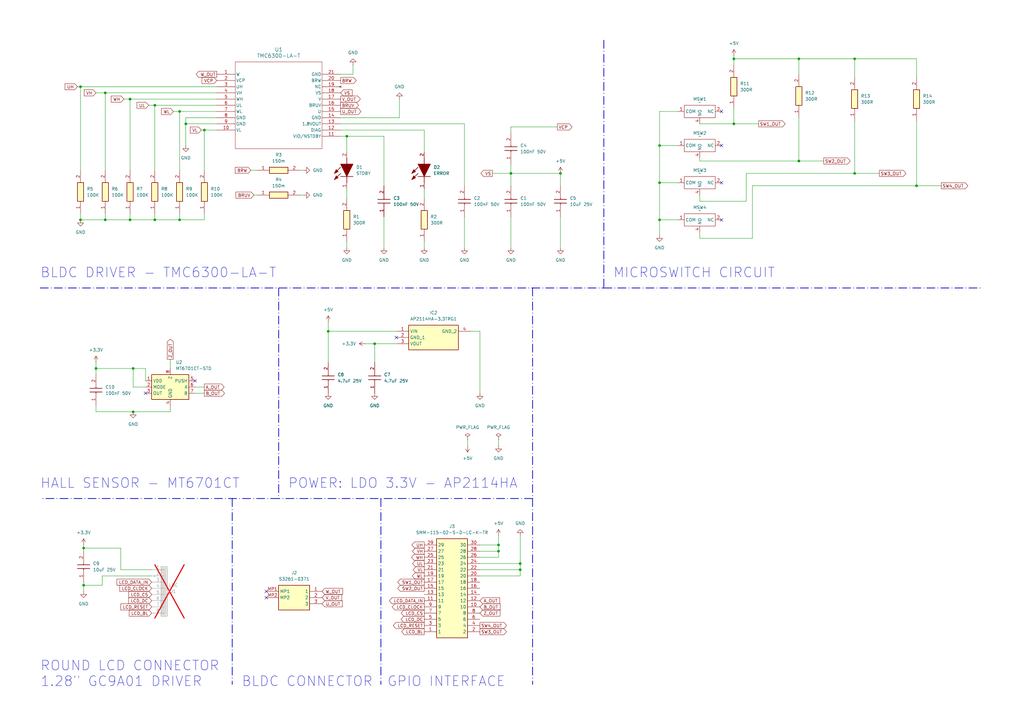
<source format=kicad_sch>
(kicad_sch (version 20231120) (generator "eeschema") (generator_version "8.0")
  (paper "A3")
  (title_block (title "ALGORITMI_SMARTKNOB_FOC") (company "University of Minho - Centro Algoritmi"))
  (junction (at 300.99 50.8))
  (junction (at 375.92 76.2))
  (junction (at 327.66 24.13))
  (junction (at 209.55 71.12))
  (junction (at 33.02 90.17))
  (junction (at 350.52 71.12))
  (junction (at 134.62 135.89))
  (junction (at 204.47 223.52))
  (junction (at 63.5 90.17))
  (junction (at 73.66 45.72))
  (junction (at 142.24 55.88))
  (junction (at 270.51 59.69))
  (junction (at 53.34 90.17))
  (junction (at 270.51 90.17))
  (junction (at 54.61 151.13))
  (junction (at 300.99 24.13))
  (junction (at 327.66 66.04))
  (junction (at 63.5 43.18))
  (junction (at 34.29 224.79))
  (junction (at 270.51 74.93))
  (junction (at 43.18 38.1))
  (junction (at 34.29 240.03))
  (junction (at 229.87 71.12))
  (junction (at 213.36 233.68))
  (junction (at 204.47 226.06))
  (junction (at 39.37 151.13))
  (junction (at 213.36 231.14))
  (junction (at 33.02 35.56))
  (junction (at 53.34 40.64))
  (junction (at 83.82 53.34))
  (junction (at 350.52 24.13))
  (junction (at 73.66 90.17))
  (junction (at 76.2 50.8))
  (junction (at 153.67 140.97))
  (junction (at 54.61 168.91))
  (junction (at 43.18 90.17))
  (no_connect (at 295.91 74.93))
  (no_connect (at 295.91 45.72))
  (no_connect (at 109.22 242.57))
  (no_connect (at 162.56 138.43))
  (no_connect (at 295.91 59.69))
  (no_connect (at 80.01 156.21))
  (no_connect (at 295.91 90.17))
  (no_connect (at 59.69 161.29))
  (no_connect (at 109.22 245.11))
  (wire (pts (xy 53.34 90.17) (xy 43.18 90.17)))
  (wire (pts (xy 60.96 43.18) (xy 63.5 43.18)))
  (wire (pts (xy 49.53 224.79) (xy 34.29 224.79)))
  (wire (pts (xy 270.51 74.93) (xy 270.51 90.17)))
  (wire (pts (xy 43.18 38.1) (xy 88.9 38.1)))
  (wire (pts (xy 157.48 88.9) (xy 157.48 101.6)))
  (wire (pts (xy 142.24 99.06) (xy 142.24 101.6)))
  (wire (pts (xy 142.24 55.88) (xy 142.24 62.23)))
  (wire (pts (xy 63.5 43.18) (xy 88.9 43.18)))
  (wire (pts (xy 54.61 158.75) (xy 54.61 151.13)))
  (wire (pts (xy 308.61 76.2) (xy 375.92 76.2)))
  (wire (pts (xy 39.37 168.91) (xy 54.61 168.91)))
  (wire (pts (xy 270.51 74.93) (xy 278.13 74.93)))
  (wire (pts (xy 270.51 45.72) (xy 278.13 45.72)))
  (wire (pts (xy 300.99 24.13) (xy 300.99 26.67)))
  (wire (pts (xy 123.19 80.01) (xy 124.46 80.01)))
  (wire (pts (xy 63.5 87.63) (xy 63.5 90.17)))
  (polyline (pts (xy 247.65 16.51) (xy 247.65 118.11)) (stroke (width 0.3) (type dash_dot)))
  (wire (pts (xy 327.66 24.13) (xy 300.99 24.13)))
  (wire (pts (xy 270.51 59.69) (xy 278.13 59.69)))
  (wire (pts (xy 228.6 52.07) (xy 209.55 52.07)))
  (wire (pts (xy 191.77 182.88) (xy 191.77 180.34)))
  (wire (pts (xy 73.66 45.72) (xy 88.9 45.72)))
  (wire (pts (xy 149.86 140.97) (xy 153.67 140.97)))
  (wire (pts (xy 287.02 66.04) (xy 327.66 66.04)))
  (wire (pts (xy 153.67 140.97) (xy 153.67 148.59)))
  (wire (pts (xy 270.51 45.72) (xy 270.51 59.69)))
  (wire (pts (xy 83.82 158.75) (xy 80.01 158.75)))
  (wire (pts (xy 62.23 233.68) (xy 49.53 233.68)))
  (wire (pts (xy 173.99 99.06) (xy 173.99 101.6)))
  (wire (pts (xy 76.2 50.8) (xy 76.2 59.69)))
  (wire (pts (xy 41.91 236.22) (xy 41.91 240.03)))
  (wire (pts (xy 88.9 48.26) (xy 76.2 48.26)))
  (polyline (pts (xy 218.44 204.47) (xy 114.3 204.47)) (stroke (width 0.3) (type dash_dot)))
  (wire (pts (xy 213.36 231.14) (xy 213.36 233.68)))
  (wire (pts (xy 163.83 48.26) (xy 163.83 40.64)))
  (wire (pts (xy 50.8 40.64) (xy 53.34 40.64)))
  (wire (pts (xy 204.47 226.06) (xy 204.47 228.6)))
  (wire (pts (xy 123.19 69.85) (xy 124.46 69.85)))
  (wire (pts (xy 350.52 24.13) (xy 350.52 31.75)))
  (wire (pts (xy 196.85 233.68) (xy 213.36 233.68)))
  (wire (pts (xy 39.37 148.59) (xy 39.37 151.13)))
  (wire (pts (xy 76.2 48.26) (xy 76.2 50.8)))
  (wire (pts (xy 287.02 66.04) (xy 287.02 64.77)))
  (wire (pts (xy 209.55 67.31) (xy 209.55 71.12)))
  (wire (pts (xy 375.92 24.13) (xy 350.52 24.13)))
  (wire (pts (xy 350.52 71.12) (xy 350.52 49.53)))
  (wire (pts (xy 204.47 223.52) (xy 204.47 219.71)))
  (wire (pts (xy 196.85 135.89) (xy 193.04 135.89)))
  (wire (pts (xy 34.29 224.79) (xy 34.29 226.06)))
  (wire (pts (xy 53.34 40.64) (xy 88.9 40.64)))
  (wire (pts (xy 287.02 82.55) (xy 306.07 82.55)))
  (wire (pts (xy 287.02 97.79) (xy 287.02 95.25)))
  (wire (pts (xy 139.7 30.48) (xy 144.78 30.48)))
  (wire (pts (xy 350.52 24.13) (xy 327.66 24.13)))
  (wire (pts (xy 33.02 35.56) (xy 33.02 69.85)))
  (wire (pts (xy 43.18 38.1) (xy 43.18 69.85)))
  (wire (pts (xy 204.47 223.52) (xy 204.47 226.06)))
  (wire (pts (xy 287.02 50.8) (xy 300.99 50.8)))
  (wire (pts (xy 43.18 87.63) (xy 43.18 90.17)))
  (wire (pts (xy 375.92 24.13) (xy 375.92 31.75)))
  (wire (pts (xy 153.67 140.97) (xy 162.56 140.97)))
  (polyline (pts (xy 218.44 118.11) (xy 218.44 204.47)) (stroke (width 0.3) (type dash_dot)))
  (wire (pts (xy 83.82 53.34) (xy 83.82 69.85)))
  (wire (pts (xy 83.82 161.29) (xy 80.01 161.29)))
  (wire (pts (xy 337.82 66.04) (xy 327.66 66.04)))
  (wire (pts (xy 306.07 71.12) (xy 350.52 71.12)))
  (polyline (pts (xy 156.21 204.47) (xy 156.21 280.67)) (stroke (width 0.3) (type dash_dot)))
  (wire (pts (xy 54.61 151.13) (xy 39.37 151.13)))
  (wire (pts (xy 196.85 228.6) (xy 204.47 228.6)))
  (wire (pts (xy 139.7 48.26) (xy 163.83 48.26)))
  (wire (pts (xy 41.91 240.03) (xy 34.29 240.03)))
  (wire (pts (xy 196.85 231.14) (xy 213.36 231.14)))
  (wire (pts (xy 83.82 90.17) (xy 73.66 90.17)))
  (wire (pts (xy 53.34 40.64) (xy 53.34 69.85)))
  (wire (pts (xy 196.85 226.06) (xy 204.47 226.06)))
  (wire (pts (xy 196.85 236.22) (xy 213.36 236.22)))
  (wire (pts (xy 173.99 53.34) (xy 139.7 53.34)))
  (polyline (pts (xy 247.65 118.11) (xy 402.59 118.11)) (stroke (width 0.3) (type dash_dot)))
  (wire (pts (xy 59.69 151.13) (xy 54.61 151.13)))
  (wire (pts (xy 190.5 88.9) (xy 190.5 101.6)))
  (wire (pts (xy 173.99 77.47) (xy 173.99 81.28)))
  (polyline (pts (xy 114.3 118.11) (xy 114.3 204.47)) (stroke (width 0.3) (type dash_dot)))
  (wire (pts (xy 49.53 233.68) (xy 49.53 224.79)))
  (wire (pts (xy 73.66 87.63) (xy 73.66 90.17)))
  (wire (pts (xy 308.61 76.2) (xy 308.61 97.79)))
  (wire (pts (xy 39.37 151.13) (xy 39.37 153.67)))
  (wire (pts (xy 386.08 76.2) (xy 375.92 76.2)))
  (wire (pts (xy 63.5 43.18) (xy 63.5 69.85)))
  (wire (pts (xy 134.62 132.08) (xy 134.62 135.89)))
  (wire (pts (xy 306.07 71.12) (xy 306.07 82.55)))
  (wire (pts (xy 83.82 87.63) (xy 83.82 90.17)))
  (wire (pts (xy 105.41 69.85) (xy 102.87 69.85)))
  (wire (pts (xy 300.99 22.86) (xy 300.99 24.13)))
  (wire (pts (xy 54.61 168.91) (xy 69.85 168.91)))
  (polyline (pts (xy 95.25 204.47) (xy 95.25 280.67)) (stroke (width 0.3) (type dash_dot)))
  (wire (pts (xy 190.5 50.8) (xy 190.5 76.2)))
  (wire (pts (xy 270.51 59.69) (xy 270.51 74.93)))
  (polyline (pts (xy 218.44 204.47) (xy 218.44 280.67)) (stroke (width 0.3) (type dash_dot)))
  (wire (pts (xy 209.55 71.12) (xy 229.87 71.12)))
  (wire (pts (xy 43.18 90.17) (xy 33.02 90.17)))
  (wire (pts (xy 209.55 71.12) (xy 209.55 76.2)))
  (wire (pts (xy 287.02 97.79) (xy 308.61 97.79)))
  (wire (pts (xy 104.14 80.01) (xy 105.41 80.01)))
  (wire (pts (xy 270.51 90.17) (xy 278.13 90.17)))
  (wire (pts (xy 360.68 71.12) (xy 350.52 71.12)))
  (wire (pts (xy 270.51 96.52) (xy 270.51 90.17)))
  (polyline (pts (xy 16.51 118.11) (xy 247.65 118.11)) (stroke (width 0.3) (type dash_dot)))
  (wire (pts (xy 69.85 147.32) (xy 69.85 151.13)))
  (wire (pts (xy 71.12 45.72) (xy 73.66 45.72)))
  (wire (pts (xy 142.24 55.88) (xy 157.48 55.88)))
  (wire (pts (xy 33.02 35.56) (xy 88.9 35.56)))
  (wire (pts (xy 59.69 156.21) (xy 59.69 151.13)))
  (wire (pts (xy 327.66 24.13) (xy 327.66 30.48)))
  (wire (pts (xy 196.85 135.89) (xy 196.85 161.29)))
  (wire (pts (xy 144.78 30.48) (xy 144.78 26.67)))
  (wire (pts (xy 31.75 35.56) (xy 33.02 35.56)))
  (wire (pts (xy 34.29 242.57) (xy 34.29 240.03)))
  (wire (pts (xy 213.36 233.68) (xy 213.36 236.22)))
  (wire (pts (xy 157.48 55.88) (xy 157.48 76.2)))
  (wire (pts (xy 39.37 166.37) (xy 39.37 168.91)))
  (wire (pts (xy 39.37 38.1) (xy 43.18 38.1)))
  (wire (pts (xy 59.69 158.75) (xy 54.61 158.75)))
  (wire (pts (xy 83.82 53.34) (xy 88.9 53.34)))
  (wire (pts (xy 196.85 223.52) (xy 204.47 223.52)))
  (wire (pts (xy 63.5 90.17) (xy 53.34 90.17)))
  (wire (pts (xy 375.92 49.53) (xy 375.92 76.2)))
  (wire (pts (xy 311.15 50.8) (xy 300.99 50.8)))
  (wire (pts (xy 229.87 88.9) (xy 229.87 101.6)))
  (wire (pts (xy 69.85 168.91) (xy 69.85 166.37)))
  (wire (pts (xy 287.02 82.55) (xy 287.02 80.01)))
  (wire (pts (xy 209.55 88.9) (xy 209.55 101.6)))
  (wire (pts (xy 139.7 55.88) (xy 142.24 55.88)))
  (wire (pts (xy 34.29 240.03) (xy 34.29 238.76)))
  (wire (pts (xy 201.93 71.12) (xy 209.55 71.12)))
  (wire (pts (xy 134.62 135.89) (xy 134.62 148.59)))
  (wire (pts (xy 134.62 135.89) (xy 162.56 135.89)))
  (wire (pts (xy 173.99 53.34) (xy 173.99 62.23)))
  (wire (pts (xy 41.91 236.22) (xy 62.23 236.22)))
  (wire (pts (xy 213.36 219.71) (xy 213.36 231.14)))
  (wire (pts (xy 82.55 53.34) (xy 83.82 53.34)))
  (wire (pts (xy 76.2 50.8) (xy 88.9 50.8)))
  (wire (pts (xy 204.47 182.88) (xy 204.47 180.34)))
  (wire (pts (xy 53.34 87.63) (xy 53.34 90.17)))
  (wire (pts (xy 229.87 71.12) (xy 229.87 76.2)))
  (wire (pts (xy 73.66 45.72) (xy 73.66 69.85)))
  (wire (pts (xy 139.7 50.8) (xy 190.5 50.8)))
  (wire (pts (xy 73.66 90.17) (xy 63.5 90.17)))
  (wire (pts (xy 300.99 50.8) (xy 300.99 44.45)))
  (wire (pts (xy 327.66 66.04) (xy 327.66 48.26)))
  (wire (pts (xy 33.02 87.63) (xy 33.02 90.17)))
  (wire (pts (xy 34.29 223.52) (xy 34.29 224.79)))
  (wire (pts (xy 142.24 77.47) (xy 142.24 81.28)))
  (polyline (pts (xy 114.3 204.47) (xy 16.51 204.47)) (stroke (width 0.3) (type dash_dot)))
  (wire (pts (xy 209.55 52.07) (xy 209.55 54.61)))
  (text "MICROSWITCH CIRCUIT\n" (at 251.46 114.3 0) (effects (font (size 4 4)) (justify left bottom)))
  (text "GPIO INTERFACE\n" (at 158.75 281.94 0) (effects (font (size 4 4)) (justify left bottom)))
  (text "BLDC DRIVER - TMC6300-LA-T\n" (at 16.51 114.3 0) (effects (font (size 4 4)) (justify left bottom)))
  (text "HALL SENSOR - MT6701CT\n" (at 16.51 200.66 0) (effects (font (size 4 4)) (justify left bottom)))
  (text "BLDC CONNECTOR" (at 99.06 281.94 0) (effects (font (size 4 4)) (justify left bottom)))
  (text "ROUND LCD CONNECTOR\n1.28\" GC9A01 DRIVER" (at 16.51 281.94 0) (effects (font (size 4 4)) (justify left bottom)))
  (text "POWER: LDO 3.3V - AP2114HA\n" (at 118.11 200.66 0) (effects (font (size 4 4)) (justify left bottom)))
  (global_label "LCD_BL" (shape output) (at 173.99 259.08 180) (property "Intersheetrefs" "${INTERSHEET_REFS}" (effects (hide yes))))
  (global_label "A_OUT" (shape input) (at 196.85 246.38 0) (property "Intersheetrefs" "${INTERSHEET_REFS}" (effects (hide yes))))
  (global_label "SW3_OUT" (shape output) (at 196.85 259.08 0) (property "Intersheetrefs" "${INTERSHEET_REFS}" (effects (hide yes))))
  (global_label "VCP" (shape input) (at 88.9 33.02 180) (property "Intersheetrefs" "${INTERSHEET_REFS}" (effects (hide yes))))
  (global_label "LCD_CS" (shape input) (at 62.23 243.84 180) (property "Intersheetrefs" "${INTERSHEET_REFS}" (effects (hide yes))))
  (global_label "UH" (shape output) (at 173.99 223.52 180) (property "Intersheetrefs" "${INTERSHEET_REFS}" (effects (hide yes))))
  (global_label "LCD_DC" (shape input) (at 62.23 246.38 180) (property "Intersheetrefs" "${INTERSHEET_REFS}" (effects (hide yes))))
  (global_label "VL" (shape input) (at 82.55 53.34 180) (property "Intersheetrefs" "${INTERSHEET_REFS}" (effects (hide yes))))
  (global_label "V_OUT" (shape input) (at 132.08 245.11 0) (property "Intersheetrefs" "${INTERSHEET_REFS}" (effects (hide yes))))
  (global_label "SW4_OUT" (shape output) (at 386.08 76.2 0) (property "Intersheetrefs" "${INTERSHEET_REFS}" (effects (hide yes))))
  (global_label "BRW" (shape input) (at 102.87 69.85 180) (property "Intersheetrefs" "${INTERSHEET_REFS}" (effects (hide yes))))
  (global_label "B_OUT" (shape output) (at 83.82 161.29 0) (property "Intersheetrefs" "${INTERSHEET_REFS}" (effects (hide yes))))
  (global_label "SW2_OUT" (shape output) (at 337.82 66.04 0) (property "Intersheetrefs" "${INTERSHEET_REFS}" (effects (hide yes))))
  (global_label "SW3_OUT" (shape output) (at 360.68 71.12 0) (property "Intersheetrefs" "${INTERSHEET_REFS}" (effects (hide yes))))
  (global_label "VH" (shape output) (at 173.99 226.06 180) (property "Intersheetrefs" "${INTERSHEET_REFS}" (effects (hide yes))))
  (global_label "LCD_DATA_IN" (shape output) (at 173.99 246.38 180) (property "Intersheetrefs" "${INTERSHEET_REFS}" (effects (hide yes))))
  (global_label "SW1_OUT" (shape output) (at 173.99 238.76 180) (property "Intersheetrefs" "${INTERSHEET_REFS}" (effects (hide yes))))
  (global_label "VS" (shape output) (at 201.93 71.12 180) (property "Intersheetrefs" "${INTERSHEET_REFS}" (effects (hide yes))))
  (global_label "Z_OUT" (shape input) (at 196.85 251.46 0) (property "Intersheetrefs" "${INTERSHEET_REFS}" (effects (hide yes))))
  (global_label "U_OUT" (shape input) (at 132.08 247.65 0) (property "Intersheetrefs" "${INTERSHEET_REFS}" (effects (hide yes))))
  (global_label "WH" (shape input) (at 50.8 40.64 180) (property "Intersheetrefs" "${INTERSHEET_REFS}" (effects (hide yes))))
  (global_label "LCD_DATA_IN" (shape input) (at 62.23 238.76 180) (property "Intersheetrefs" "${INTERSHEET_REFS}" (effects (hide yes))))
  (global_label "LCD_CLOCK" (shape output) (at 173.99 248.92 180) (property "Intersheetrefs" "${INTERSHEET_REFS}" (effects (hide yes))))
  (global_label "UH" (shape input) (at 31.75 35.56 180) (property "Intersheetrefs" "${INTERSHEET_REFS}" (effects (hide yes))))
  (global_label "SW1_OUT" (shape output) (at 311.15 50.8 0) (property "Intersheetrefs" "${INTERSHEET_REFS}" (effects (hide yes))))
  (global_label "UL" (shape output) (at 173.99 231.14 180) (property "Intersheetrefs" "${INTERSHEET_REFS}" (effects (hide yes))))
  (global_label "VL" (shape output) (at 173.99 233.68 180) (property "Intersheetrefs" "${INTERSHEET_REFS}" (effects (hide yes))))
  (global_label "BRUV" (shape input) (at 104.14 80.01 180) (property "Intersheetrefs" "${INTERSHEET_REFS}" (effects (hide yes))))
  (global_label "LCD_CS" (shape output) (at 173.99 251.46 180) (property "Intersheetrefs" "${INTERSHEET_REFS}" (effects (hide yes))))
  (global_label "WL" (shape input) (at 71.12 45.72 180) (property "Intersheetrefs" "${INTERSHEET_REFS}" (effects (hide yes))))
  (global_label "BRUV" (shape output) (at 139.7 43.18 0) (property "Intersheetrefs" "${INTERSHEET_REFS}" (effects (hide yes))))
  (global_label "BRW" (shape output) (at 139.7 33.02 0) (property "Intersheetrefs" "${INTERSHEET_REFS}" (effects (hide yes))))
  (global_label "A_OUT" (shape output) (at 83.82 158.75 0) (property "Intersheetrefs" "${INTERSHEET_REFS}" (effects (hide yes))))
  (global_label "W_OUT" (shape input) (at 132.08 242.57 0) (property "Intersheetrefs" "${INTERSHEET_REFS}" (effects (hide yes))))
  (global_label "V_OUT" (shape output) (at 139.7 40.64 0) (property "Intersheetrefs" "${INTERSHEET_REFS}" (effects (hide yes))))
  (global_label "VS" (shape input) (at 139.7 38.1 0) (property "Intersheetrefs" "${INTERSHEET_REFS}" (effects (hide yes))))
  (global_label "LCD_BL" (shape input) (at 62.23 251.46 180) (property "Intersheetrefs" "${INTERSHEET_REFS}" (effects (hide yes))))
  (global_label "WH" (shape output) (at 173.99 228.6 180) (property "Intersheetrefs" "${INTERSHEET_REFS}" (effects (hide yes))))
  (global_label "LCD_RESET" (shape input) (at 62.23 248.92 180) (property "Intersheetrefs" "${INTERSHEET_REFS}" (effects (hide yes))))
  (global_label "B_OUT" (shape input) (at 196.85 248.92 0) (property "Intersheetrefs" "${INTERSHEET_REFS}" (effects (hide yes))))
  (global_label "LCD_RESET" (shape output) (at 173.99 256.54 180) (property "Intersheetrefs" "${INTERSHEET_REFS}" (effects (hide yes))))
  (global_label "UL" (shape input) (at 60.96 43.18 180) (property "Intersheetrefs" "${INTERSHEET_REFS}" (effects (hide yes))))
  (global_label "Z_OUT" (shape output) (at 69.85 147.32 90) (property "Intersheetrefs" "${INTERSHEET_REFS}" (effects (hide yes))))
  (global_label "SW4_OUT" (shape output) (at 196.85 256.54 0) (property "Intersheetrefs" "${INTERSHEET_REFS}" (effects (hide yes))))
  (global_label "WL" (shape output) (at 173.99 236.22 180) (property "Intersheetrefs" "${INTERSHEET_REFS}" (effects (hide yes))))
  (global_label "VH" (shape input) (at 39.37 38.1 180) (property "Intersheetrefs" "${INTERSHEET_REFS}" (effects (hide yes))))
  (global_label "LCD_DC" (shape output) (at 173.99 254 180) (property "Intersheetrefs" "${INTERSHEET_REFS}" (effects (hide yes))))
  (global_label "SW2_OUT" (shape output) (at 173.99 241.3 180) (property "Intersheetrefs" "${INTERSHEET_REFS}" (effects (hide yes))))
  (global_label "LCD_CLOCK" (shape input) (at 62.23 241.3 180) (property "Intersheetrefs" "${INTERSHEET_REFS}" (effects (hide yes))))
  (global_label "W_OUT" (shape output) (at 88.9 30.48 180) (property "Intersheetrefs" "${INTERSHEET_REFS}" (effects (hide yes))))
  (global_label "U_OUT" (shape output) (at 139.7 45.72 0) (property "Intersheetrefs" "${INTERSHEET_REFS}" (effects (hide yes))))
  (global_label "VCP" (shape output) (at 228.6 52.07 0) (property "Intersheetrefs" "${INTERSHEET_REFS}" (effects (hide yes))))
  (symbol (lib_name "SML-D12M8WT86_2") (lib_id "SamacSys_Parts:SML-D12M8WT86") (at 142.24 77.47 90) (unit 1)
    (property "Reference" "D1" (at 146.05 68.58 90) (effects (justify right)))
    (property "Value" "STDBY" (at 146.05 71.12 90) (effects (justify right)))
    (property "Footprint" "LEDM1620X150N" (effects (hide yes)))
    (property "Datasheet" "https://datasheet.datasheetarchive.com/originals/distributors/Datasheets_SAMA/f235664866caa647598714bb71411137.pdf" (effects (hide yes)))
    (property "Height" "1.5" (effects (hide yes)))
    (property "Mouser Part Number" "755-SML-D12M8WT86" (effects (hide yes)))
    (property "Mouser Price/Stock" "https://www.mouser.co.uk/ProductDetail/ROHM-Semiconductor/SML-D12M8WT86?qs=4kLU8WoGk0vGWtDreJ93zQ%3D%3D" (effects (hide yes)))
    (property "Manufacturer_Name" "ROHM Semiconductor" (effects (hide yes)))
    (property "Manufacturer_Part_Number" "SML-D12M8WT86" (effects (hide yes)))
  )
  (symbol (lib_id "power:PWR_FLAG") (at 204.47 180.34 0) (unit 1)
    (property "Reference" "#FLG02" (effects (hide yes)))
    (property "Value" "PWR_FLAG" (at 204.47 175.26 0))
  )
  (symbol (lib_id "power:+3.3V") (at 149.86 140.97 90) (unit 1)
    (property "Reference" "#PWR021" (effects (hide yes)))
    (property "Value" "+3.3V" (at 146.05 140.97 90) (effects (justify left)))
  )
  (symbol (lib_name "CL10B104KB8NNWC_1") (lib_id "SamacSys_Parts:CL10B104KB8NNWC") (at 190.5 88.9 90) (unit 1)
    (property "Reference" "C2" (at 194.31 81.28 90) (effects (justify right)))
    (property "Value" "100nF 50V" (at 194.31 83.82 90) (effects (justify right)))
    (property "Footprint" "CAPC1608X90N" (effects (hide yes)))
    (property "Datasheet" "http://www.samsungsem.com/kr/support/product-search/mlcc/CL10B104KB8NNWC.jsp" (effects (hide yes)))
    (property "Height" "0.9" (effects (hide yes)))
    (property "Mouser Part Number" "187-CL10B104KB8NNWC" (effects (hide yes)))
    (property "Mouser Price/Stock" "https://www.mouser.co.uk/ProductDetail/Samsung-Electro-Mechanics/CL10B104KB8NNWC?qs=EvNa9vf1TdYOAZGBJN%252BGRQ%3D%3D" (effects (hide yes)))
    (property "Manufacturer_Name" "SAMSUNG" (effects (hide yes)))
    (property "Manufacturer_Part_Number" "CL10B104KB8NNWC" (effects (hide yes)))
  )
  (symbol (lib_id "power:GND") (at 196.85 161.29 0) (unit 1)
    (property "Reference" "#PWR019" (effects (hide yes)))
    (property "Value" "GND" (at 196.85 166.37 0))
  )
  (symbol (lib_name "GND_1") (lib_id "power:GND") (at 54.61 168.91 0) (unit 1)
    (property "Reference" "#PWR032" (effects (hide yes)))
    (property "Value" "GND" (at 54.61 173.99 0))
    (property "Description" "Power symbol creates a global label with name \"GND\" , ground" (effects (hide yes)))
  )
  (symbol (lib_id "power:+5V") (at 300.99 22.86 0) (unit 1)
    (property "Reference" "#PWR026" (effects (hide yes)))
    (property "Value" "+5V" (at 300.99 17.78 0))
  )
  (symbol (lib_name "CMP0603-FX-1003ELF_1") (lib_id "SamacSys_Parts:CMP0603-FX-1003ELF") (at 53.34 87.63 90) (unit 1)
    (property "Reference" "R7" (at 55.88 77.47 90) (effects (justify right)))
    (property "Value" "100K" (at 55.88 80.01 90) (effects (justify right)))
    (property "Footprint" "RESC1608X55N" (effects (hide yes)))
    (property "Datasheet" "https://www.mouser.co.uk/datasheet/2/54/Bourns_CMP_Datasheet_05.28.20-1854233.pdf" (effects (hide yes)))
    (property "Height" "0.55" (effects (hide yes)))
    (property "Mouser Part Number" "652-CMP0603-FX-1003L" (effects (hide yes)))
    (property "Mouser Price/Stock" "https://www.mouser.co.uk/ProductDetail/Bourns/CMP0603-FX-1003ELF?qs=TiOZkKH1s2SZ50zoNdROqA%3D%3D" (effects (hide yes)))
    (property "Manufacturer_Name" "Bourns" (effects (hide yes)))
    (property "Manufacturer_Part_Number" "CMP0603-FX-1003ELF" (effects (hide yes)))
  )
  (symbol (lib_id "power:GND") (at 34.29 242.57 0) (unit 1)
    (property "Reference" "#PWR024" (effects (hide yes)))
    (property "Value" "GND" (at 34.29 247.65 0))
  )
  (symbol (lib_id "power:GND") (at 134.62 161.29 0) (unit 1)
    (property "Reference" "#PWR022" (effects (hide yes)))
    (property "Value" "GND" (at 134.62 166.37 0))
  )
  (symbol (lib_name "ERJ-UP3F3000V_1") (lib_id "SamacSys_Parts:ERJ-UP3F3000V") (at 173.99 99.06 90) (unit 1)
    (property "Reference" "R2" (at 176.53 88.9 90) (effects (justify right)))
    (property "Value" "300R" (at 176.53 91.44 90) (effects (justify right)))
    (property "Footprint" "ERJUP3" (effects (hide yes)))
    (property "Datasheet" "https://industrial.panasonic.com/cdbs/www-data/pdf/RDP0000/AOA0000C337.pdf" (effects (hide yes)))
    (property "Height" "0.55" (effects (hide yes)))
    (property "Mouser Part Number" "667-ERJ-UP3F3000V" (effects (hide yes)))
    (property "Mouser Price/Stock" "https://www.mouser.co.uk/ProductDetail/Panasonic/ERJ-UP3F3000V?qs=GedFDFLaBXGMAT9BybhSQA%3D%3D" (effects (hide yes)))
    (property "Manufacturer_Name" "Panasonic" (effects (hide yes)))
    (property "Manufacturer_Part_Number" "ERJ-UP3F3000V" (effects (hide yes)))
  )
  (symbol (lib_id "solder_pad:solder_pad_4mm_3") (at 287.02 71.12 0) (unit 1)
    (property "Reference" "MSW3" (at 287.02 69.85 0))
    (property "Value" "~" (at 287.02 71.12 0))
    (property "Footprint" "solder_pads:solder_pads_4mm_3" (effects (hide yes)))
    (property "Mouser" "906-XCF3Z1 " (effects (hide yes)))
    (property "Link" "https://pt.mouser.com/ProductDetail/Saia-Burgess/XCF3Z1?qs=lDMevKbHVysAJU%252Bj62uRPA%3D%3D" (effects (hide yes)))
    (property "Mouser Part Number" "906-XCF3Z1 " (effects (hide yes)))
  )
  (symbol (lib_id "solder_pad:solder_pad_4mm_3") (at 287.02 55.88 0) (unit 1)
    (property "Reference" "MSW2" (at 287.02 54.61 0))
    (property "Value" "~" (at 287.02 55.88 0))
    (property "Footprint" "solder_pads:solder_pads_4mm_3" (effects (hide yes)))
    (property "Mouser" "906-XCF3Z1 " (effects (hide yes)))
    (property "Link" "https://pt.mouser.com/ProductDetail/Saia-Burgess/XCF3Z1?qs=lDMevKbHVysAJU%252Bj62uRPA%3D%3D" (effects (hide yes)))
    (property "Mouser Part Number" "906-XCF3Z1 " (effects (hide yes)))
  )
  (symbol (lib_id "Memory_EEPROM:AT24CS64-SSHM") (at 69.85 158.75 0) (unit 1)
    (property "Reference" "U2" (at 72.0441 148.59 0) (effects (justify left)))
    (property "Value" "MT6701CT-STD" (at 72.0441 151.13 0) (effects (justify left)))
    (property "Footprint" "Package_SO:SOIC-8_3.9x4.9mm_P1.27mm" (effects (hide yes)))
    (property "Datasheet" "https://www.lcsc.com/datasheet/lcsc_datasheet_2109011830_Magn-Tek-MT6701CT-STD_C2856764.pdf" (effects (hide yes)))
    (property "Description" "The MagnTek rotary position sensor MT6701 is an IC based on Hall sensing technology. A rotating magnetic field in the x-y sensor plane delivers two sinusoidal output signals indicating the angle (α) between the sensor and the magnetic field direction" (effects (hide yes)))
    (property "LCSC Electronics Part Number" "C2856764" (effects (hide yes)))
    (property "Manufacturer_Part_Number" "MT6701CT-STD" (effects (hide yes)))
  )
  (symbol (lib_id "power:GND") (at 124.46 80.01 90) (unit 1)
    (property "Reference" "#PWR09" (effects (hide yes)))
    (property "Value" "GND" (at 128.27 80.01 90) (effects (justify right)))
  )
  (symbol (lib_name "ERJ-UP3F3000V_1") (lib_id "SamacSys_Parts:ERJ-UP3F3000V") (at 142.24 99.06 90) (unit 1)
    (property "Reference" "R1" (at 144.78 88.9 90) (effects (justify right)))
    (property "Value" "300R" (at 144.78 91.44 90) (effects (justify right)))
    (property "Footprint" "ERJUP3" (effects (hide yes)))
    (property "Datasheet" "https://industrial.panasonic.com/cdbs/www-data/pdf/RDP0000/AOA0000C337.pdf" (effects (hide yes)))
    (property "Height" "0.55" (effects (hide yes)))
    (property "Mouser Part Number" "667-ERJ-UP3F3000V" (effects (hide yes)))
    (property "Mouser Price/Stock" "https://www.mouser.co.uk/ProductDetail/Panasonic/ERJ-UP3F3000V?qs=GedFDFLaBXGMAT9BybhSQA%3D%3D" (effects (hide yes)))
    (property "Manufacturer_Name" "Panasonic" (effects (hide yes)))
    (property "Manufacturer_Part_Number" "ERJ-UP3F3000V" (effects (hide yes)))
  )
  (symbol (lib_id "power:GND") (at 173.99 101.6 0) (unit 1)
    (property "Reference" "#PWR06" (effects (hide yes)))
    (property "Value" "GND" (at 173.99 106.68 0))
  )
  (symbol (lib_name "CL10B104KB8NNWC_1") (lib_id "SamacSys_Parts:CL10B104KB8NNWC") (at 39.37 166.37 90) (unit 1)
    (property "Reference" "C10" (at 43.18 158.75 90) (effects (justify right)))
    (property "Value" "100nF 50V" (at 43.18 161.29 90) (effects (justify right)))
    (property "Footprint" "CAPC1608X90N" (effects (hide yes)))
    (property "Datasheet" "http://www.samsungsem.com/kr/support/product-search/mlcc/CL10B104KB8NNWC.jsp" (effects (hide yes)))
    (property "Height" "0.9" (effects (hide yes)))
    (property "Mouser Part Number" "187-CL10B104KB8NNWC" (effects (hide yes)))
    (property "Mouser Price/Stock" "https://www.mouser.co.uk/ProductDetail/Samsung-Electro-Mechanics/CL10B104KB8NNWC?qs=EvNa9vf1TdYOAZGBJN%252BGRQ%3D%3D" (effects (hide yes)))
    (property "Manufacturer_Name" "SAMSUNG" (effects (hide yes)))
    (property "Manufacturer_Part_Number" "CL10B104KB8NNWC" (effects (hide yes)))
  )
  (symbol (lib_name "UR73VH2BTTDR150F_1") (lib_id "SamacSys_Parts:UR73VH2BTTDR150F") (at 105.41 80.01 0) (unit 1)
    (property "Reference" "R4" (at 114.3 73.66 0))
    (property "Value" "150m" (at 114.3 76.2 0))
    (property "Footprint" "RESC3216X70N" (effects (hide yes)))
    (property "Datasheet" "https://www.koaspeer.com/pdfs/UR73V.pdf" (effects (hide yes)))
    (property "Height" "0.7" (effects (hide yes)))
    (property "Mouser Part Number" "660-UR73VH2BTTDR150F " (effects (hide yes)))
    (property "Manufacturer_Name" "KOA Speer" (effects (hide yes)))
    (property "Manufacturer_Part_Number" "UR73VH2BTTDR150F" (effects (hide yes)))
  )
  (symbol (lib_id "SamacSys_Parts:ERJ-UP3F3000V") (at 350.52 49.53 90) (unit 1)
    (property "Reference" "R13" (at 353.06 39.37 90) (effects (justify right)))
    (property "Value" "300R" (at 353.06 41.91 90) (effects (justify right)))
    (property "Footprint" "ERJUP3" (effects (hide yes)))
    (property "Datasheet" "https://industrial.panasonic.com/cdbs/www-data/pdf/RDP0000/AOA0000C337.pdf" (effects (hide yes)))
    (property "Height" "0.55" (effects (hide yes)))
    (property "Mouser Part Number" "667-ERJ-UP3F3000V" (effects (hide yes)))
    (property "Mouser Price/Stock" "https://www.mouser.co.uk/ProductDetail/Panasonic/ERJ-UP3F3000V?qs=GedFDFLaBXGMAT9BybhSQA%3D%3D" (effects (hide yes)))
    (property "Manufacturer_Name" "Panasonic" (effects (hide yes)))
    (property "Manufacturer_Part_Number" "ERJ-UP3F3000V" (effects (hide yes)))
  )
  (symbol (lib_id "power:GND") (at 144.78 26.67 180) (unit 1)
    (property "Reference" "#PWR01" (effects (hide yes)))
    (property "Value" "GND" (at 144.78 21.59 0))
  )
  (symbol (lib_name "CMP0603-FX-1003ELF_1") (lib_id "SamacSys_Parts:CMP0603-FX-1003ELF") (at 63.5 87.63 90) (unit 1)
    (property "Reference" "R8" (at 66.04 77.47 90) (effects (justify right)))
    (property "Value" "100K" (at 66.04 80.01 90) (effects (justify right)))
    (property "Footprint" "RESC1608X55N" (effects (hide yes)))
    (property "Datasheet" "https://www.mouser.co.uk/datasheet/2/54/Bourns_CMP_Datasheet_05.28.20-1854233.pdf" (effects (hide yes)))
    (property "Height" "0.55" (effects (hide yes)))
    (property "Mouser Part Number" "652-CMP0603-FX-1003L" (effects (hide yes)))
    (property "Mouser Price/Stock" "https://www.mouser.co.uk/ProductDetail/Bourns/CMP0603-FX-1003ELF?qs=TiOZkKH1s2SZ50zoNdROqA%3D%3D" (effects (hide yes)))
    (property "Manufacturer_Name" "Bourns" (effects (hide yes)))
    (property "Manufacturer_Part_Number" "CMP0603-FX-1003ELF" (effects (hide yes)))
  )
  (symbol (lib_id "power:GND") (at 142.24 101.6 0) (unit 1)
    (property "Reference" "#PWR05" (effects (hide yes)))
    (property "Value" "GND" (at 142.24 106.68 0))
  )
  (symbol (lib_name "CL10B104KB8NNWC_1") (lib_id "SamacSys_Parts:CL10B104KB8NNWC") (at 157.48 88.9 90) (unit 1)
    (property "Reference" "C3" (at 161.29 81.28 90) (effects (justify right)))
    (property "Value" "100nF 50V" (at 161.29 83.82 90) (effects (justify right)))
    (property "Footprint" "CAPC1608X90N" (effects (hide yes)))
    (property "Datasheet" "http://www.samsungsem.com/kr/support/product-search/mlcc/CL10B104KB8NNWC.jsp" (effects (hide yes)))
    (property "Height" "0.9" (effects (hide yes)))
    (property "Mouser Part Number" "187-CL10B104KB8NNWC" (effects (hide yes)))
    (property "Mouser Price/Stock" "https://www.mouser.co.uk/ProductDetail/Samsung-Electro-Mechanics/CL10B104KB8NNWC?qs=EvNa9vf1TdYOAZGBJN%252BGRQ%3D%3D" (effects (hide yes)))
    (property "Manufacturer_Name" "SAMSUNG" (effects (hide yes)))
    (property "Manufacturer_Part_Number" "CL10B104KB8NNWC" (effects (hide yes)))
  )
  (symbol (lib_id "power:GND") (at 157.48 101.6 0) (unit 1)
    (property "Reference" "#PWR03" (effects (hide yes)))
    (property "Value" "GND" (at 157.48 106.68 0))
  )
  (symbol (lib_id "SamacSys_Parts:SMM-115-02-S-D-LC-K-TR") (at 173.99 223.52 0) (unit 1)
    (property "Reference" "J3" (at 185.42 215.9 0))
    (property "Value" "SMM-115-02-S-D-LC-K-TR" (at 185.42 218.44 0))
    (property "Footprint" "SMM11502SDLCKTR" (effects (hide yes)))
    (property "Datasheet" "https://suddendocs.samtec.com/prints/smm-1xx-xx-xx-d-xx-xx-x-xx-mkt.pdf" (effects (hide yes)))
    (property "Height" "3.81" (effects (hide yes)))
    (property "Mouser Part Number" "200-SMM11502SDLCKTR" (effects (hide yes)))
    (property "Mouser Price/Stock" "https://www.mouser.co.uk/ProductDetail/Samtec/SMM-115-02-S-D-LC-K-TR?qs=Cqqh%252BS766wmCL5XLNTE7Jg%3D%3D" (effects (hide yes)))
    (property "Manufacturer_Name" "SAMTEC" (effects (hide yes)))
    (property "Manufacturer_Part_Number" "SMM-115-02-S-D-LC-K-TR" (effects (hide yes)))
  )
  (symbol (lib_id "power:GND") (at 190.5 101.6 0) (unit 1)
    (property "Reference" "#PWR02" (effects (hide yes)))
    (property "Value" "GND" (at 190.5 106.68 0))
  )
  (symbol (lib_id "power:GND") (at 33.02 90.17 0) (unit 1)
    (property "Reference" "#PWR013" (effects (hide yes)))
    (property "Value" "GND" (at 33.02 95.25 0))
  )
  (symbol (lib_id "power:GND") (at 209.55 101.6 0) (unit 1)
    (property "Reference" "#PWR04" (effects (hide yes)))
    (property "Value" "GND" (at 209.55 106.68 0))
  )
  (symbol (lib_id "SamacSys_Parts:ERJ-UP3F3000V") (at 375.92 49.53 90) (unit 1)
    (property "Reference" "R14" (at 378.46 39.37 90) (effects (justify right)))
    (property "Value" "300R" (at 378.46 41.91 90) (effects (justify right)))
    (property "Footprint" "ERJUP3" (effects (hide yes)))
    (property "Datasheet" "https://industrial.panasonic.com/cdbs/www-data/pdf/RDP0000/AOA0000C337.pdf" (effects (hide yes)))
    (property "Height" "0.55" (effects (hide yes)))
    (property "Mouser Part Number" "667-ERJ-UP3F3000V" (effects (hide yes)))
    (property "Mouser Price/Stock" "https://www.mouser.co.uk/ProductDetail/Panasonic/ERJ-UP3F3000V?qs=GedFDFLaBXGMAT9BybhSQA%3D%3D" (effects (hide yes)))
    (property "Manufacturer_Name" "Panasonic" (effects (hide yes)))
    (property "Manufacturer_Part_Number" "ERJ-UP3F3000V" (effects (hide yes)))
  )
  (symbol (lib_id "SamacSys_Parts:AP2114HA-3.3TRG1") (at 162.56 135.89 0) (unit 1)
    (property "Reference" "IC2" (at 177.8 128.27 0))
    (property "Value" "AP2114HA-3.3TRG1" (at 177.8 130.81 0))
    (property "Footprint" "SOT230P700X180-4N" (effects (hide yes)))
    (property "Datasheet" "https://www.diodes.com//assets/Datasheets/AP2114.pdf" (effects (hide yes)))
    (property "Height" "1.8" (effects (hide yes)))
    (property "Mouser Part Number" "621-AP2114HA-3.3TRG1" (effects (hide yes)))
    (property "Mouser Price/Stock" "https://www.mouser.co.uk/ProductDetail/Diodes-Incorporated/AP2114HA-3.3TRG1?qs=M%2FOdCRO8QQ3KWhA9Gt6VoQ%3D%3D" (effects (hide yes)))
    (property "Manufacturer_Name" "Diodes Incorporated" (effects (hide yes)))
    (property "Manufacturer_Part_Number" "AP2114HA-3.3TRG1" (effects (hide yes)))
  )
  (symbol (lib_name "GCM21BC71E475KE36K_1") (lib_id "SamacSys_Parts:GCM21BC71E475KE36K") (at 134.62 161.29 90) (unit 1)
    (property "Reference" "C8" (at 138.43 153.67 90) (effects (justify right)))
    (property "Value" "4.7uF 25V" (at 138.43 156.21 90) (effects (justify right)))
    (property "Footprint" "CAPC2012X140N" (effects (hide yes)))
    (property "Datasheet" "https://psearch.en.murata.com/capacitor/product/GCM21BC71E475KE36%23.html" (effects (hide yes)))
    (property "Height" "1.4" (effects (hide yes)))
    (property "Mouser Part Number" "81-GCM21BC71E475KE6K" (effects (hide yes)))
    (property "Mouser Price/Stock" "https://www.mouser.co.uk/ProductDetail/Murata-Electronics/GCM21BC71E475KE36K?qs=dNBNMwHp2UBfaO4Bu7xrag%3D%3D" (effects (hide yes)))
    (property "Manufacturer_Name" "Murata Electronics" (effects (hide yes)))
    (property "Manufacturer_Part_Number" "GCM21BC71E475KE36K" (effects (hide yes)))
  )
  (symbol (lib_id "power:+5V") (at 229.87 71.12 0) (unit 1)
    (property "Reference" "#PWR012" (effects (hide yes)))
    (property "Value" "+5V" (at 229.87 66.04 0))
  )
  (symbol (lib_id "power:GND") (at 213.36 219.71 180) (unit 1)
    (property "Reference" "#PWR030" (effects (hide yes)))
    (property "Value" "GND" (at 213.36 214.63 0))
  )
  (symbol (lib_id "power:+5V") (at 134.62 132.08 0) (unit 1)
    (property "Reference" "#PWR020" (effects (hide yes)))
    (property "Value" "+5V" (at 134.62 127 0))
  )
  (symbol (lib_id "power:PWR_FLAG") (at 191.77 180.34 0) (unit 1)
    (property "Reference" "#FLG01" (effects (hide yes)))
    (property "Value" "PWR_FLAG" (at 191.77 175.26 0))
  )
  (symbol (lib_id "SamacSys_Parts:ERJ-UP3F3000V") (at 300.99 44.45 90) (unit 1)
    (property "Reference" "R11" (at 303.53 34.29 90) (effects (justify right)))
    (property "Value" "300R" (at 303.53 36.83 90) (effects (justify right)))
    (property "Footprint" "ERJUP3" (effects (hide yes)))
    (property "Datasheet" "https://industrial.panasonic.com/cdbs/www-data/pdf/RDP0000/AOA0000C337.pdf" (effects (hide yes)))
    (property "Height" "0.55" (effects (hide yes)))
    (property "Mouser Part Number" "667-ERJ-UP3F3000V" (effects (hide yes)))
    (property "Mouser Price/Stock" "https://www.mouser.co.uk/ProductDetail/Panasonic/ERJ-UP3F3000V?qs=GedFDFLaBXGMAT9BybhSQA%3D%3D" (effects (hide yes)))
    (property "Manufacturer_Name" "Panasonic" (effects (hide yes)))
    (property "Manufacturer_Part_Number" "ERJ-UP3F3000V" (effects (hide yes)))
  )
  (symbol (lib_id "TMC6300:TMC6300-LA-T") (at 88.9 30.48 0) (unit 1)
    (property "Reference" "U1" (at 114.3 20.32 0) (effects (font (size 1.524 1.524))))
    (property "Value" "TMC6300-LA-T" (at 114.3 22.86 0) (effects (font (size 1.524 1.524))))
    (property "Footprint" "SamacSys_Parts:QFN40P300X300X90-21N" (effects (hide yes)))
    (property "Datasheet" "TMC6300-LA-T" (effects (hide yes)))
    (property "Manufacturer_Part_Number" "TMC6300-LA-T " (effects (hide yes)))
    (property "Mouser Part Number" "700-TMC6300-LA-T " (effects (hide yes)))
  )
  (symbol (lib_name "CMP0603-FX-1003ELF_1") (lib_id "SamacSys_Parts:CMP0603-FX-1003ELF") (at 83.82 87.63 90) (unit 1)
    (property "Reference" "R10" (at 86.36 77.47 90) (effects (justify right)))
    (property "Value" "100K" (at 86.36 80.01 90) (effects (justify right)))
    (property "Footprint" "RESC1608X55N" (effects (hide yes)))
    (property "Datasheet" "https://www.mouser.co.uk/datasheet/2/54/Bourns_CMP_Datasheet_05.28.20-1854233.pdf" (effects (hide yes)))
    (property "Height" "0.55" (effects (hide yes)))
    (property "Mouser Part Number" "652-CMP0603-FX-1003L" (effects (hide yes)))
    (property "Mouser Price/Stock" "https://www.mouser.co.uk/ProductDetail/Bourns/CMP0603-FX-1003ELF?qs=TiOZkKH1s2SZ50zoNdROqA%3D%3D" (effects (hide yes)))
    (property "Manufacturer_Name" "Bourns" (effects (hide yes)))
    (property "Manufacturer_Part_Number" "CMP0603-FX-1003ELF" (effects (hide yes)))
  )
  (symbol (lib_id "power:+5V") (at 204.47 219.71 0) (unit 1)
    (property "Reference" "#PWR027" (effects (hide yes)))
    (property "Value" "+5V" (at 204.47 214.63 0))
  )
  (symbol (lib_id "solder_pad:solder_pad_4mm_3") (at 287.02 86.36 0) (unit 1)
    (property "Reference" "MSW4" (at 287.02 85.09 0))
    (property "Value" "~" (at 287.02 86.36 0))
    (property "Footprint" "solder_pads:solder_pads_4mm_3" (effects (hide yes)))
    (property "Mouser" "906-XCF3Z1 " (effects (hide yes)))
    (property "Link" "https://pt.mouser.com/ProductDetail/Saia-Burgess/XCF3Z1?qs=lDMevKbHVysAJU%252Bj62uRPA%3D%3D" (effects (hide yes)))
    (property "Mouser Part Number" "906-XCF3Z1 " (effects (hide yes)))
  )
  (symbol (lib_id "power:GND") (at 153.67 161.29 0) (unit 1)
    (property "Reference" "#PWR023" (effects (hide yes)))
    (property "Value" "GND" (at 153.67 166.37 0))
  )
  (symbol (lib_name "UR73VH2BTTDR150F_1") (lib_id "SamacSys_Parts:UR73VH2BTTDR150F") (at 105.41 69.85 0) (unit 1)
    (property "Reference" "R3" (at 114.3 63.5 0))
    (property "Value" "150m" (at 114.3 66.04 0))
    (property "Footprint" "RESC3216X70N" (effects (hide yes)))
    (property "Datasheet" "https://www.koaspeer.com/pdfs/UR73V.pdf" (effects (hide yes)))
    (property "Height" "0.7" (effects (hide yes)))
    (property "Mouser Part Number" "660-UR73VH2BTTDR150F " (effects (hide yes)))
    (property "Manufacturer_Name" "KOA Speer" (effects (hide yes)))
    (property "Manufacturer_Part_Number" "UR73VH2BTTDR150F" (effects (hide yes)))
  )
  (symbol (lib_name "CL21A106KAYNNNE_1") (lib_id "SamacSys_Parts:CL21A106KAYNNNE") (at 229.87 88.9 90) (unit 1)
    (property "Reference" "C5" (at 233.68 81.28 90) (effects (justify right)))
    (property "Value" "10uF 25V" (at 233.68 83.82 90) (effects (justify right)))
    (property "Footprint" "CAPC2012X145N" (effects (hide yes)))
    (property "Datasheet" "https://datasheet.datasheetarchive.com/originals/distributors/Datasheets_SAMA/6a45835c9b7400e9b49c55c38a8ff4a2.pdf" (effects (hide yes)))
    (property "Height" "1.45" (effects (hide yes)))
    (property "Mouser Part Number" "187-CL21A106KAYNNNE" (effects (hide yes)))
    (property "Mouser Price/Stock" "https://www.mouser.co.uk/ProductDetail/Samsung-Electro-Mechanics/CL21A106KAYNNNE?qs=yOVawPpwOwmTXAd4dJtNjA%3D%3D" (effects (hide yes)))
    (property "Manufacturer_Name" "SAMSUNG" (effects (hide yes)))
    (property "Manufacturer_Part_Number" "CL21A106KAYNNNE" (effects (hide yes)))
  )
  (symbol (lib_name "CL10B104KB8NNWC_1") (lib_id "SamacSys_Parts:CL10B104KB8NNWC") (at 209.55 88.9 90) (unit 1)
    (property "Reference" "C1" (at 213.36 81.28 90) (effects (justify right)))
    (property "Value" "100nF 50V" (at 213.36 83.82 90) (effects (justify right)))
    (property "Footprint" "CAPC1608X90N" (effects (hide yes)))
    (property "Datasheet" "http://www.samsungsem.com/kr/support/product-search/mlcc/CL10B104KB8NNWC.jsp" (effects (hide yes)))
    (property "Height" "0.9" (effects (hide yes)))
    (property "Mouser Part Number" "187-CL10B104KB8NNWC" (effects (hide yes)))
    (property "Mouser Price/Stock" "https://www.mouser.co.uk/ProductDetail/Samsung-Electro-Mechanics/CL10B104KB8NNWC?qs=EvNa9vf1TdYOAZGBJN%252BGRQ%3D%3D" (effects (hide yes)))
    (property "Manufacturer_Name" "SAMSUNG" (effects (hide yes)))
    (property "Manufacturer_Part_Number" "CL10B104KB8NNWC" (effects (hide yes)))
  )
  (symbol (lib_id "power:GND") (at 124.46 69.85 90) (unit 1)
    (property "Reference" "#PWR010" (effects (hide yes)))
    (property "Value" "GND" (at 128.27 69.85 90) (effects (justify right)))
  )
  (symbol (lib_id "power:+5V") (at 191.77 182.88 180) (unit 1)
    (property "Reference" "#PWR028" (effects (hide yes)))
    (property "Value" "+5V" (at 191.77 187.96 0))
  )
  (symbol (lib_name "SML-D12M8WT86_1") (lib_id "SamacSys_Parts:SML-D12M8WT86") (at 173.99 77.47 90) (unit 1)
    (property "Reference" "D2" (at 177.8 68.58 90) (effects (justify right)))
    (property "Value" "ERROR" (at 177.8 71.12 90) (effects (justify right)))
    (property "Footprint" "LEDM1620X150N" (effects (hide yes)))
    (property "Datasheet" "https://datasheet.datasheetarchive.com/originals/distributors/Datasheets_SAMA/f235664866caa647598714bb71411137.pdf" (effects (hide yes)))
    (property "Height" "1.5" (effects (hide yes)))
    (property "Mouser Part Number" "755-SML-D12M8WT86" (effects (hide yes)))
    (property "Mouser Price/Stock" "https://www.mouser.co.uk/ProductDetail/ROHM-Semiconductor/SML-D12M8WT86?qs=4kLU8WoGk0vGWtDreJ93zQ%3D%3D" (effects (hide yes)))
    (property "Manufacturer_Name" "ROHM Semiconductor" (effects (hide yes)))
    (property "Manufacturer_Part_Number" "SML-D12M8WT86" (effects (hide yes)))
  )
  (symbol (lib_name "CMP0603-FX-1003ELF_1") (lib_id "SamacSys_Parts:CMP0603-FX-1003ELF") (at 33.02 87.63 90) (unit 1)
    (property "Reference" "R5" (at 35.56 77.47 90) (effects (justify right)))
    (property "Value" "100K" (at 35.56 80.01 90) (effects (justify right)))
    (property "Footprint" "RESC1608X55N" (effects (hide yes)))
    (property "Datasheet" "https://www.mouser.co.uk/datasheet/2/54/Bourns_CMP_Datasheet_05.28.20-1854233.pdf" (effects (hide yes)))
    (property "Height" "0.55" (effects (hide yes)))
    (property "Mouser Part Number" "652-CMP0603-FX-1003L" (effects (hide yes)))
    (property "Mouser Price/Stock" "https://www.mouser.co.uk/ProductDetail/Bourns/CMP0603-FX-1003ELF?qs=TiOZkKH1s2SZ50zoNdROqA%3D%3D" (effects (hide yes)))
    (property "Manufacturer_Name" "Bourns" (effects (hide yes)))
    (property "Manufacturer_Part_Number" "CMP0603-FX-1003ELF" (effects (hide yes)))
  )
  (symbol (lib_id "solder_pad:solder_pad_4mm_3") (at 287.02 41.91 0) (unit 1)
    (property "Reference" "MSW1" (at 287.02 40.64 0))
    (property "Value" "~" (at 287.02 41.91 0))
    (property "Footprint" "solder_pads:solder_pads_4mm_3" (effects (hide yes)))
    (property "Mouser" "906-XCF3Z1 " (effects (hide yes)))
    (property "Link" "https://pt.mouser.com/ProductDetail/Saia-Burgess/XCF3Z1?qs=lDMevKbHVysAJU%252Bj62uRPA%3D%3D" (effects (hide yes)))
    (property "Mouser Part Number" "906-XCF3Z1 " (effects (hide yes)))
  )
  (symbol (lib_id "power:+3.3V") (at 34.29 223.52 0) (unit 1)
    (property "Reference" "#PWR025" (effects (hide yes)))
    (property "Value" "+3.3V" (at 34.29 218.44 0))
  )
  (symbol (lib_name "GCM21BC71E475KE36K_1") (lib_id "SamacSys_Parts:GCM21BC71E475KE36K") (at 153.67 161.29 90) (unit 1)
    (property "Reference" "C7" (at 157.48 153.67 90) (effects (justify right)))
    (property "Value" "4.7uF 25V" (at 157.48 156.21 90) (effects (justify right)))
    (property "Footprint" "CAPC2012X140N" (effects (hide yes)))
    (property "Datasheet" "https://psearch.en.murata.com/capacitor/product/GCM21BC71E475KE36%23.html" (effects (hide yes)))
    (property "Height" "1.4" (effects (hide yes)))
    (property "Mouser Part Number" "81-GCM21BC71E475KE6K" (effects (hide yes)))
    (property "Mouser Price/Stock" "https://www.mouser.co.uk/ProductDetail/Murata-Electronics/GCM21BC71E475KE36K?qs=dNBNMwHp2UBfaO4Bu7xrag%3D%3D" (effects (hide yes)))
    (property "Manufacturer_Name" "Murata Electronics" (effects (hide yes)))
    (property "Manufacturer_Part_Number" "GCM21BC71E475KE36K" (effects (hide yes)))
  )
  (symbol (lib_name "+3.3V_1") (lib_id "power:+3.3V") (at 39.37 148.59 0) (unit 1)
    (property "Reference" "#PWR031" (effects (hide yes)))
    (property "Value" "+3.3V" (at 39.37 143.51 0))
    (property "Description" "Power symbol creates a global label with name \"+3.3V\"" (effects (hide yes)))
  )
  (symbol (lib_id "SamacSys_Parts:53261-0371") (at 109.22 242.57 0) (unit 1)
    (property "Reference" "J2" (at 120.65 234.95 0))
    (property "Value" "53261-0371" (at 120.65 237.49 0))
    (property "Footprint" "532610371" (effects (hide yes)))
    (property "Height" "3.6" (effects (hide yes)))
    (property "Mouser Part Number" "538-53261-0371" (effects (hide yes)))
    (property "Mouser Price/Stock" "https://www.mouser.co.uk/ProductDetail/Molex/53261-0371?qs=%252B72YyncTwW%252BTQBxAO1kJjA%3D%3D" (effects (hide yes)))
    (property "Manufacturer_Name" "Molex" (effects (hide yes)))
    (property "Manufacturer_Part_Number" "53261-0371" (effects (hide yes)))
  )
  (symbol (lib_name "CMP0603-FX-1003ELF_1") (lib_id "SamacSys_Parts:CMP0603-FX-1003ELF") (at 43.18 87.63 90) (unit 1)
    (property "Reference" "R6" (at 45.72 77.47 90) (effects (justify right)))
    (property "Value" "100K" (at 45.72 80.01 90) (effects (justify right)))
    (property "Footprint" "RESC1608X55N" (effects (hide yes)))
    (property "Datasheet" "https://www.mouser.co.uk/datasheet/2/54/Bourns_CMP_Datasheet_05.28.20-1854233.pdf" (effects (hide yes)))
    (property "Height" "0.55" (effects (hide yes)))
    (property "Mouser Part Number" "652-CMP0603-FX-1003L" (effects (hide yes)))
    (property "Mouser Price/Stock" "https://www.mouser.co.uk/ProductDetail/Bourns/CMP0603-FX-1003ELF?qs=TiOZkKH1s2SZ50zoNdROqA%3D%3D" (effects (hide yes)))
    (property "Manufacturer_Name" "Bourns" (effects (hide yes)))
    (property "Manufacturer_Part_Number" "CMP0603-FX-1003ELF" (effects (hide yes)))
  )
  (symbol (lib_id "power:GND") (at 229.87 101.6 0) (unit 1)
    (property "Reference" "#PWR011" (effects (hide yes)))
    (property "Value" "GND" (at 229.87 106.68 0))
  )
  (symbol (lib_id "solder_pad:solder_pad_2mm_8") (at 53.34 254 0) (unit 1) (dnp yes)
    (property "Reference" "J1" (at 69.85 242.57 0) (effects (justify left)))
    (property "Value" "~" (at 63.5 236.22 0))
    (property "Footprint" "solder_pads:solder_pads_2mm_8" (effects (hide yes)))
    (property "Mouser Part Number" "1" (effects (hide yes)))
  )
  (symbol (lib_name "CL10B104KB8NNWC_1") (lib_id "SamacSys_Parts:CL10B104KB8NNWC") (at 209.55 67.31 90) (unit 1)
    (property "Reference" "C4" (at 213.36 59.69 90) (effects (justify right)))
    (property "Value" "100nF 50V" (at 213.36 62.23 90) (effects (justify right)))
    (property "Footprint" "CAPC1608X90N" (effects (hide yes)))
    (property "Datasheet" "http://www.samsungsem.com/kr/support/product-search/mlcc/CL10B104KB8NNWC.jsp" (effects (hide yes)))
    (property "Height" "0.9" (effects (hide yes)))
    (property "Mouser Part Number" "187-CL10B104KB8NNWC" (effects (hide yes)))
    (property "Mouser Price/Stock" "https://www.mouser.co.uk/ProductDetail/Samsung-Electro-Mechanics/CL10B104KB8NNWC?qs=EvNa9vf1TdYOAZGBJN%252BGRQ%3D%3D" (effects (hide yes)))
    (property "Manufacturer_Name" "SAMSUNG" (effects (hide yes)))
    (property "Manufacturer_Part_Number" "CL10B104KB8NNWC" (effects (hide yes)))
  )
  (symbol (lib_name "CMP0603-FX-1003ELF_1") (lib_id "SamacSys_Parts:CMP0603-FX-1003ELF") (at 73.66 87.63 90) (unit 1)
    (property "Reference" "R9" (at 76.2 77.47 90) (effects (justify right)))
    (property "Value" "100K" (at 76.2 80.01 90) (effects (justify right)))
    (property "Footprint" "RESC1608X55N" (effects (hide yes)))
    (property "Datasheet" "https://www.mouser.co.uk/datasheet/2/54/Bourns_CMP_Datasheet_05.28.20-1854233.pdf" (effects (hide yes)))
    (property "Height" "0.55" (effects (hide yes)))
    (property "Mouser Part Number" "652-CMP0603-FX-1003L" (effects (hide yes)))
    (property "Mouser Price/Stock" "https://www.mouser.co.uk/ProductDetail/Bourns/CMP0603-FX-1003ELF?qs=TiOZkKH1s2SZ50zoNdROqA%3D%3D" (effects (hide yes)))
    (property "Manufacturer_Name" "Bourns" (effects (hide yes)))
    (property "Manufacturer_Part_Number" "CMP0603-FX-1003ELF" (effects (hide yes)))
  )
  (symbol (lib_id "power:GND") (at 76.2 59.69 0) (unit 1)
    (property "Reference" "#PWR08" (effects (hide yes)))
    (property "Value" "GND" (at 76.2 64.77 0))
  )
  (symbol (lib_id "SamacSys_Parts:CL21A106KAYNNNE") (at 34.29 238.76 90) (unit 1)
    (property "Reference" "C9" (at 38.1 231.14 90) (effects (justify right)))
    (property "Value" "10uF 25V" (at 38.1 233.68 90) (effects (justify right)))
    (property "Footprint" "CAPC2012X145N" (effects (hide yes)))
    (property "Datasheet" "https://datasheet.datasheetarchive.com/originals/distributors/Datasheets_SAMA/6a45835c9b7400e9b49c55c38a8ff4a2.pdf" (effects (hide yes)))
    (property "Height" "1.45" (effects (hide yes)))
    (property "Mouser Part Number" "187-CL21A106KAYNNNE" (effects (hide yes)))
    (property "Mouser Price/Stock" "https://www.mouser.co.uk/ProductDetail/Samsung-Electro-Mechanics/CL21A106KAYNNNE?qs=yOVawPpwOwmTXAd4dJtNjA%3D%3D" (effects (hide yes)))
    (property "Manufacturer_Name" "SAMSUNG" (effects (hide yes)))
    (property "Manufacturer_Part_Number" "CL21A106KAYNNNE" (effects (hide yes)))
  )
  (symbol (lib_id "SamacSys_Parts:ERJ-UP3F3000V") (at 327.66 48.26 90) (unit 1)
    (property "Reference" "R12" (at 330.2 38.1 90) (effects (justify right)))
    (property "Value" "300R" (at 330.2 40.64 90) (effects (justify right)))
    (property "Footprint" "ERJUP3" (effects (hide yes)))
    (property "Datasheet" "https://industrial.panasonic.com/cdbs/www-data/pdf/RDP0000/AOA0000C337.pdf" (effects (hide yes)))
    (property "Height" "0.55" (effects (hide yes)))
    (property "Mouser Part Number" "667-ERJ-UP3F3000V" (effects (hide yes)))
    (property "Mouser Price/Stock" "https://www.mouser.co.uk/ProductDetail/Panasonic/ERJ-UP3F3000V?qs=GedFDFLaBXGMAT9BybhSQA%3D%3D" (effects (hide yes)))
    (property "Manufacturer_Name" "Panasonic" (effects (hide yes)))
    (property "Manufacturer_Part_Number" "ERJ-UP3F3000V" (effects (hide yes)))
  )
  (symbol (lib_id "power:GND") (at 204.47 182.88 0) (unit 1)
    (property "Reference" "#PWR029" (effects (hide yes)))
    (property "Value" "GND" (at 204.47 187.96 0))
  )
  (symbol (lib_id "power:GND") (at 163.83 40.64 180) (unit 1)
    (property "Reference" "#PWR07" (effects (hide yes)))
    (property "Value" "GND" (at 163.83 35.56 0))
  )
  (symbol (lib_id "power:GND") (at 270.51 96.52 0) (unit 1)
    (property "Reference" "#PWR034" (effects (hide yes)))
    (property "Value" "GND" (at 270.51 101.6 0))
  )
)
</source>
